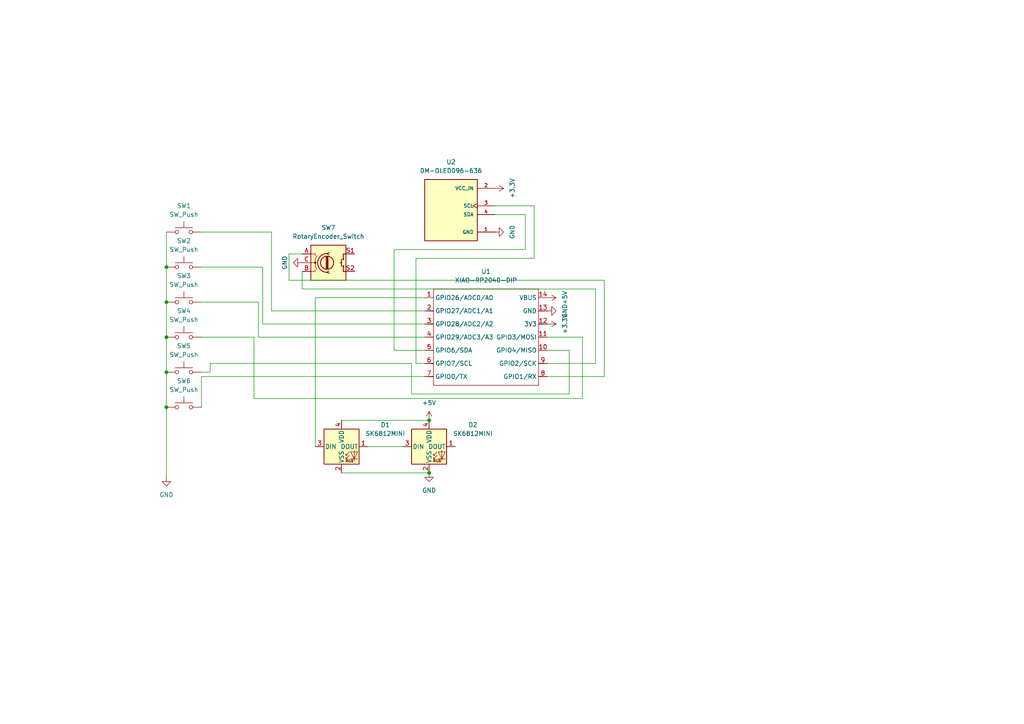
<source format=kicad_sch>
(kicad_sch
	(version 20231120)
	(generator "eeschema")
	(generator_version "8.0")
	(uuid "7ebfbfb6-fe64-44b6-a66f-7964caa4d47f")
	(paper "A4")
	(lib_symbols
		(symbol "DM-OLED096-636:DM-OLED096-636"
			(pin_names
				(offset 1.016)
			)
			(exclude_from_sim no)
			(in_bom yes)
			(on_board yes)
			(property "Reference" "U"
				(at -7.62 10.922 0)
				(effects
					(font
						(size 1.27 1.27)
					)
					(justify left bottom)
				)
			)
			(property "Value" "DM-OLED096-636"
				(at -7.62 -10.16 0)
				(effects
					(font
						(size 1.27 1.27)
					)
					(justify left bottom)
				)
			)
			(property "Footprint" "DM-OLED096-636:MODULE_DM-OLED096-636"
				(at 0 0 0)
				(effects
					(font
						(size 1.27 1.27)
					)
					(justify bottom)
					(hide yes)
				)
			)
			(property "Datasheet" ""
				(at 0 0 0)
				(effects
					(font
						(size 1.27 1.27)
					)
					(hide yes)
				)
			)
			(property "Description" ""
				(at 0 0 0)
				(effects
					(font
						(size 1.27 1.27)
					)
					(hide yes)
				)
			)
			(property "MF" "Display Module"
				(at 0 0 0)
				(effects
					(font
						(size 1.27 1.27)
					)
					(justify bottom)
					(hide yes)
				)
			)
			(property "MAXIMUM_PACKAGE_HEIGHT" "11.3 mm"
				(at 0 0 0)
				(effects
					(font
						(size 1.27 1.27)
					)
					(justify bottom)
					(hide yes)
				)
			)
			(property "Package" "Package"
				(at 0 0 0)
				(effects
					(font
						(size 1.27 1.27)
					)
					(justify bottom)
					(hide yes)
				)
			)
			(property "Price" "None"
				(at 0 0 0)
				(effects
					(font
						(size 1.27 1.27)
					)
					(justify bottom)
					(hide yes)
				)
			)
			(property "Check_prices" "https://www.snapeda.com/parts/DM-OLED096-636/Display+Module/view-part/?ref=eda"
				(at 0 0 0)
				(effects
					(font
						(size 1.27 1.27)
					)
					(justify bottom)
					(hide yes)
				)
			)
			(property "STANDARD" "Manufacturer Recommendations"
				(at 0 0 0)
				(effects
					(font
						(size 1.27 1.27)
					)
					(justify bottom)
					(hide yes)
				)
			)
			(property "PARTREV" "2018-09-10"
				(at 0 0 0)
				(effects
					(font
						(size 1.27 1.27)
					)
					(justify bottom)
					(hide yes)
				)
			)
			(property "SnapEDA_Link" "https://www.snapeda.com/parts/DM-OLED096-636/Display+Module/view-part/?ref=snap"
				(at 0 0 0)
				(effects
					(font
						(size 1.27 1.27)
					)
					(justify bottom)
					(hide yes)
				)
			)
			(property "MP" "DM-OLED096-636"
				(at 0 0 0)
				(effects
					(font
						(size 1.27 1.27)
					)
					(justify bottom)
					(hide yes)
				)
			)
			(property "Description_1" "\n                        \n                            0.96” 128 X 64 MONOCHROME GRAPHIC OLED DISPLAY MODULE - I2C\n                        \n"
				(at 0 0 0)
				(effects
					(font
						(size 1.27 1.27)
					)
					(justify bottom)
					(hide yes)
				)
			)
			(property "Availability" "Not in stock"
				(at 0 0 0)
				(effects
					(font
						(size 1.27 1.27)
					)
					(justify bottom)
					(hide yes)
				)
			)
			(property "MANUFACTURER" "Displaymodule"
				(at 0 0 0)
				(effects
					(font
						(size 1.27 1.27)
					)
					(justify bottom)
					(hide yes)
				)
			)
			(symbol "DM-OLED096-636_0_0"
				(rectangle
					(start -7.62 -7.62)
					(end 7.62 10.16)
					(stroke
						(width 0.254)
						(type default)
					)
					(fill
						(type background)
					)
				)
				(pin power_in line
					(at 12.7 -5.08 180)
					(length 5.08)
					(name "GND"
						(effects
							(font
								(size 1.016 1.016)
							)
						)
					)
					(number "1"
						(effects
							(font
								(size 1.016 1.016)
							)
						)
					)
				)
				(pin power_in line
					(at 12.7 7.62 180)
					(length 5.08)
					(name "VCC_IN"
						(effects
							(font
								(size 1.016 1.016)
							)
						)
					)
					(number "2"
						(effects
							(font
								(size 1.016 1.016)
							)
						)
					)
				)
				(pin input clock
					(at 12.7 2.54 180)
					(length 5.08)
					(name "SCL"
						(effects
							(font
								(size 1.016 1.016)
							)
						)
					)
					(number "3"
						(effects
							(font
								(size 1.016 1.016)
							)
						)
					)
				)
				(pin bidirectional line
					(at 12.7 0 180)
					(length 5.08)
					(name "SDA"
						(effects
							(font
								(size 1.016 1.016)
							)
						)
					)
					(number "4"
						(effects
							(font
								(size 1.016 1.016)
							)
						)
					)
				)
			)
		)
		(symbol "Device:RotaryEncoder_Switch"
			(pin_names
				(offset 0.254) hide)
			(exclude_from_sim no)
			(in_bom yes)
			(on_board yes)
			(property "Reference" "SW"
				(at 0 6.604 0)
				(effects
					(font
						(size 1.27 1.27)
					)
				)
			)
			(property "Value" "RotaryEncoder_Switch"
				(at 0 -6.604 0)
				(effects
					(font
						(size 1.27 1.27)
					)
				)
			)
			(property "Footprint" ""
				(at -3.81 4.064 0)
				(effects
					(font
						(size 1.27 1.27)
					)
					(hide yes)
				)
			)
			(property "Datasheet" "~"
				(at 0 6.604 0)
				(effects
					(font
						(size 1.27 1.27)
					)
					(hide yes)
				)
			)
			(property "Description" "Rotary encoder, dual channel, incremental quadrate outputs, with switch"
				(at 0 0 0)
				(effects
					(font
						(size 1.27 1.27)
					)
					(hide yes)
				)
			)
			(property "ki_keywords" "rotary switch encoder switch push button"
				(at 0 0 0)
				(effects
					(font
						(size 1.27 1.27)
					)
					(hide yes)
				)
			)
			(property "ki_fp_filters" "RotaryEncoder*Switch*"
				(at 0 0 0)
				(effects
					(font
						(size 1.27 1.27)
					)
					(hide yes)
				)
			)
			(symbol "RotaryEncoder_Switch_0_1"
				(rectangle
					(start -5.08 5.08)
					(end 5.08 -5.08)
					(stroke
						(width 0.254)
						(type default)
					)
					(fill
						(type background)
					)
				)
				(circle
					(center -3.81 0)
					(radius 0.254)
					(stroke
						(width 0)
						(type default)
					)
					(fill
						(type outline)
					)
				)
				(circle
					(center -0.381 0)
					(radius 1.905)
					(stroke
						(width 0.254)
						(type default)
					)
					(fill
						(type none)
					)
				)
				(arc
					(start -0.381 2.667)
					(mid -3.0988 -0.0635)
					(end -0.381 -2.794)
					(stroke
						(width 0.254)
						(type default)
					)
					(fill
						(type none)
					)
				)
				(polyline
					(pts
						(xy -0.635 -1.778) (xy -0.635 1.778)
					)
					(stroke
						(width 0.254)
						(type default)
					)
					(fill
						(type none)
					)
				)
				(polyline
					(pts
						(xy -0.381 -1.778) (xy -0.381 1.778)
					)
					(stroke
						(width 0.254)
						(type default)
					)
					(fill
						(type none)
					)
				)
				(polyline
					(pts
						(xy -0.127 1.778) (xy -0.127 -1.778)
					)
					(stroke
						(width 0.254)
						(type default)
					)
					(fill
						(type none)
					)
				)
				(polyline
					(pts
						(xy 3.81 0) (xy 3.429 0)
					)
					(stroke
						(width 0.254)
						(type default)
					)
					(fill
						(type none)
					)
				)
				(polyline
					(pts
						(xy 3.81 1.016) (xy 3.81 -1.016)
					)
					(stroke
						(width 0.254)
						(type default)
					)
					(fill
						(type none)
					)
				)
				(polyline
					(pts
						(xy -5.08 -2.54) (xy -3.81 -2.54) (xy -3.81 -2.032)
					)
					(stroke
						(width 0)
						(type default)
					)
					(fill
						(type none)
					)
				)
				(polyline
					(pts
						(xy -5.08 2.54) (xy -3.81 2.54) (xy -3.81 2.032)
					)
					(stroke
						(width 0)
						(type default)
					)
					(fill
						(type none)
					)
				)
				(polyline
					(pts
						(xy 0.254 -3.048) (xy -0.508 -2.794) (xy 0.127 -2.413)
					)
					(stroke
						(width 0.254)
						(type default)
					)
					(fill
						(type none)
					)
				)
				(polyline
					(pts
						(xy 0.254 2.921) (xy -0.508 2.667) (xy 0.127 2.286)
					)
					(stroke
						(width 0.254)
						(type default)
					)
					(fill
						(type none)
					)
				)
				(polyline
					(pts
						(xy 5.08 -2.54) (xy 4.318 -2.54) (xy 4.318 -1.016)
					)
					(stroke
						(width 0.254)
						(type default)
					)
					(fill
						(type none)
					)
				)
				(polyline
					(pts
						(xy 5.08 2.54) (xy 4.318 2.54) (xy 4.318 1.016)
					)
					(stroke
						(width 0.254)
						(type default)
					)
					(fill
						(type none)
					)
				)
				(polyline
					(pts
						(xy -5.08 0) (xy -3.81 0) (xy -3.81 -1.016) (xy -3.302 -2.032)
					)
					(stroke
						(width 0)
						(type default)
					)
					(fill
						(type none)
					)
				)
				(polyline
					(pts
						(xy -4.318 0) (xy -3.81 0) (xy -3.81 1.016) (xy -3.302 2.032)
					)
					(stroke
						(width 0)
						(type default)
					)
					(fill
						(type none)
					)
				)
				(circle
					(center 4.318 -1.016)
					(radius 0.127)
					(stroke
						(width 0.254)
						(type default)
					)
					(fill
						(type none)
					)
				)
				(circle
					(center 4.318 1.016)
					(radius 0.127)
					(stroke
						(width 0.254)
						(type default)
					)
					(fill
						(type none)
					)
				)
			)
			(symbol "RotaryEncoder_Switch_1_1"
				(pin passive line
					(at -7.62 2.54 0)
					(length 2.54)
					(name "A"
						(effects
							(font
								(size 1.27 1.27)
							)
						)
					)
					(number "A"
						(effects
							(font
								(size 1.27 1.27)
							)
						)
					)
				)
				(pin passive line
					(at -7.62 -2.54 0)
					(length 2.54)
					(name "B"
						(effects
							(font
								(size 1.27 1.27)
							)
						)
					)
					(number "B"
						(effects
							(font
								(size 1.27 1.27)
							)
						)
					)
				)
				(pin passive line
					(at -7.62 0 0)
					(length 2.54)
					(name "C"
						(effects
							(font
								(size 1.27 1.27)
							)
						)
					)
					(number "C"
						(effects
							(font
								(size 1.27 1.27)
							)
						)
					)
				)
				(pin passive line
					(at 7.62 2.54 180)
					(length 2.54)
					(name "S1"
						(effects
							(font
								(size 1.27 1.27)
							)
						)
					)
					(number "S1"
						(effects
							(font
								(size 1.27 1.27)
							)
						)
					)
				)
				(pin passive line
					(at 7.62 -2.54 180)
					(length 2.54)
					(name "S2"
						(effects
							(font
								(size 1.27 1.27)
							)
						)
					)
					(number "S2"
						(effects
							(font
								(size 1.27 1.27)
							)
						)
					)
				)
			)
		)
		(symbol "LED:SK6812MINI"
			(pin_names
				(offset 0.254)
			)
			(exclude_from_sim no)
			(in_bom yes)
			(on_board yes)
			(property "Reference" "D"
				(at 5.08 5.715 0)
				(effects
					(font
						(size 1.27 1.27)
					)
					(justify right bottom)
				)
			)
			(property "Value" "SK6812MINI"
				(at 1.27 -5.715 0)
				(effects
					(font
						(size 1.27 1.27)
					)
					(justify left top)
				)
			)
			(property "Footprint" "LED_SMD:LED_SK6812MINI_PLCC4_3.5x3.5mm_P1.75mm"
				(at 1.27 -7.62 0)
				(effects
					(font
						(size 1.27 1.27)
					)
					(justify left top)
					(hide yes)
				)
			)
			(property "Datasheet" "https://cdn-shop.adafruit.com/product-files/2686/SK6812MINI_REV.01-1-2.pdf"
				(at 2.54 -9.525 0)
				(effects
					(font
						(size 1.27 1.27)
					)
					(justify left top)
					(hide yes)
				)
			)
			(property "Description" "RGB LED with integrated controller"
				(at 0 0 0)
				(effects
					(font
						(size 1.27 1.27)
					)
					(hide yes)
				)
			)
			(property "ki_keywords" "RGB LED NeoPixel Mini addressable"
				(at 0 0 0)
				(effects
					(font
						(size 1.27 1.27)
					)
					(hide yes)
				)
			)
			(property "ki_fp_filters" "LED*SK6812MINI*PLCC*3.5x3.5mm*P1.75mm*"
				(at 0 0 0)
				(effects
					(font
						(size 1.27 1.27)
					)
					(hide yes)
				)
			)
			(symbol "SK6812MINI_0_0"
				(text "RGB"
					(at 2.286 -4.191 0)
					(effects
						(font
							(size 0.762 0.762)
						)
					)
				)
			)
			(symbol "SK6812MINI_0_1"
				(polyline
					(pts
						(xy 1.27 -3.556) (xy 1.778 -3.556)
					)
					(stroke
						(width 0)
						(type default)
					)
					(fill
						(type none)
					)
				)
				(polyline
					(pts
						(xy 1.27 -2.54) (xy 1.778 -2.54)
					)
					(stroke
						(width 0)
						(type default)
					)
					(fill
						(type none)
					)
				)
				(polyline
					(pts
						(xy 4.699 -3.556) (xy 2.667 -3.556)
					)
					(stroke
						(width 0)
						(type default)
					)
					(fill
						(type none)
					)
				)
				(polyline
					(pts
						(xy 2.286 -2.54) (xy 1.27 -3.556) (xy 1.27 -3.048)
					)
					(stroke
						(width 0)
						(type default)
					)
					(fill
						(type none)
					)
				)
				(polyline
					(pts
						(xy 2.286 -1.524) (xy 1.27 -2.54) (xy 1.27 -2.032)
					)
					(stroke
						(width 0)
						(type default)
					)
					(fill
						(type none)
					)
				)
				(polyline
					(pts
						(xy 3.683 -1.016) (xy 3.683 -3.556) (xy 3.683 -4.064)
					)
					(stroke
						(width 0)
						(type default)
					)
					(fill
						(type none)
					)
				)
				(polyline
					(pts
						(xy 4.699 -1.524) (xy 2.667 -1.524) (xy 3.683 -3.556) (xy 4.699 -1.524)
					)
					(stroke
						(width 0)
						(type default)
					)
					(fill
						(type none)
					)
				)
				(rectangle
					(start 5.08 5.08)
					(end -5.08 -5.08)
					(stroke
						(width 0.254)
						(type default)
					)
					(fill
						(type background)
					)
				)
			)
			(symbol "SK6812MINI_1_1"
				(pin output line
					(at 7.62 0 180)
					(length 2.54)
					(name "DOUT"
						(effects
							(font
								(size 1.27 1.27)
							)
						)
					)
					(number "1"
						(effects
							(font
								(size 1.27 1.27)
							)
						)
					)
				)
				(pin power_in line
					(at 0 -7.62 90)
					(length 2.54)
					(name "VSS"
						(effects
							(font
								(size 1.27 1.27)
							)
						)
					)
					(number "2"
						(effects
							(font
								(size 1.27 1.27)
							)
						)
					)
				)
				(pin input line
					(at -7.62 0 0)
					(length 2.54)
					(name "DIN"
						(effects
							(font
								(size 1.27 1.27)
							)
						)
					)
					(number "3"
						(effects
							(font
								(size 1.27 1.27)
							)
						)
					)
				)
				(pin power_in line
					(at 0 7.62 270)
					(length 2.54)
					(name "VDD"
						(effects
							(font
								(size 1.27 1.27)
							)
						)
					)
					(number "4"
						(effects
							(font
								(size 1.27 1.27)
							)
						)
					)
				)
			)
		)
		(symbol "Seeed_Studio_XIAO_Series:XIAO-RP2040-DIP"
			(exclude_from_sim no)
			(in_bom yes)
			(on_board yes)
			(property "Reference" "U"
				(at 0 0 0)
				(effects
					(font
						(size 1.27 1.27)
					)
				)
			)
			(property "Value" "XIAO-RP2040-DIP"
				(at 5.334 -1.778 0)
				(effects
					(font
						(size 1.27 1.27)
					)
				)
			)
			(property "Footprint" "Module:MOUDLE14P-XIAO-DIP-SMD"
				(at 14.478 -32.258 0)
				(effects
					(font
						(size 1.27 1.27)
					)
					(hide yes)
				)
			)
			(property "Datasheet" ""
				(at 0 0 0)
				(effects
					(font
						(size 1.27 1.27)
					)
					(hide yes)
				)
			)
			(property "Description" ""
				(at 0 0 0)
				(effects
					(font
						(size 1.27 1.27)
					)
					(hide yes)
				)
			)
			(symbol "XIAO-RP2040-DIP_1_0"
				(polyline
					(pts
						(xy -1.27 -30.48) (xy -1.27 -16.51)
					)
					(stroke
						(width 0.1524)
						(type solid)
					)
					(fill
						(type none)
					)
				)
				(polyline
					(pts
						(xy -1.27 -27.94) (xy -2.54 -27.94)
					)
					(stroke
						(width 0.1524)
						(type solid)
					)
					(fill
						(type none)
					)
				)
				(polyline
					(pts
						(xy -1.27 -24.13) (xy -2.54 -24.13)
					)
					(stroke
						(width 0.1524)
						(type solid)
					)
					(fill
						(type none)
					)
				)
				(polyline
					(pts
						(xy -1.27 -20.32) (xy -2.54 -20.32)
					)
					(stroke
						(width 0.1524)
						(type solid)
					)
					(fill
						(type none)
					)
				)
				(polyline
					(pts
						(xy -1.27 -16.51) (xy -2.54 -16.51)
					)
					(stroke
						(width 0.1524)
						(type solid)
					)
					(fill
						(type none)
					)
				)
				(polyline
					(pts
						(xy -1.27 -16.51) (xy -1.27 -12.7)
					)
					(stroke
						(width 0.1524)
						(type solid)
					)
					(fill
						(type none)
					)
				)
				(polyline
					(pts
						(xy -1.27 -12.7) (xy -2.54 -12.7)
					)
					(stroke
						(width 0.1524)
						(type solid)
					)
					(fill
						(type none)
					)
				)
				(polyline
					(pts
						(xy -1.27 -12.7) (xy -1.27 -8.89)
					)
					(stroke
						(width 0.1524)
						(type solid)
					)
					(fill
						(type none)
					)
				)
				(polyline
					(pts
						(xy -1.27 -8.89) (xy -2.54 -8.89)
					)
					(stroke
						(width 0.1524)
						(type solid)
					)
					(fill
						(type none)
					)
				)
				(polyline
					(pts
						(xy -1.27 -8.89) (xy -1.27 -5.08)
					)
					(stroke
						(width 0.1524)
						(type solid)
					)
					(fill
						(type none)
					)
				)
				(polyline
					(pts
						(xy -1.27 -5.08) (xy -2.54 -5.08)
					)
					(stroke
						(width 0.1524)
						(type solid)
					)
					(fill
						(type none)
					)
				)
				(polyline
					(pts
						(xy -1.27 -5.08) (xy -1.27 -2.54)
					)
					(stroke
						(width 0.1524)
						(type solid)
					)
					(fill
						(type none)
					)
				)
				(polyline
					(pts
						(xy -1.27 -2.54) (xy 29.21 -2.54)
					)
					(stroke
						(width 0.1524)
						(type solid)
					)
					(fill
						(type none)
					)
				)
				(polyline
					(pts
						(xy 29.21 -30.48) (xy -1.27 -30.48)
					)
					(stroke
						(width 0.1524)
						(type solid)
					)
					(fill
						(type none)
					)
				)
				(polyline
					(pts
						(xy 29.21 -12.7) (xy 29.21 -30.48)
					)
					(stroke
						(width 0.1524)
						(type solid)
					)
					(fill
						(type none)
					)
				)
				(polyline
					(pts
						(xy 29.21 -8.89) (xy 29.21 -12.7)
					)
					(stroke
						(width 0.1524)
						(type solid)
					)
					(fill
						(type none)
					)
				)
				(polyline
					(pts
						(xy 29.21 -5.08) (xy 29.21 -8.89)
					)
					(stroke
						(width 0.1524)
						(type solid)
					)
					(fill
						(type none)
					)
				)
				(polyline
					(pts
						(xy 29.21 -2.54) (xy 29.21 -5.08)
					)
					(stroke
						(width 0.1524)
						(type solid)
					)
					(fill
						(type none)
					)
				)
				(polyline
					(pts
						(xy 30.48 -27.94) (xy 29.21 -27.94)
					)
					(stroke
						(width 0.1524)
						(type solid)
					)
					(fill
						(type none)
					)
				)
				(polyline
					(pts
						(xy 30.48 -24.13) (xy 29.21 -24.13)
					)
					(stroke
						(width 0.1524)
						(type solid)
					)
					(fill
						(type none)
					)
				)
				(polyline
					(pts
						(xy 30.48 -20.32) (xy 29.21 -20.32)
					)
					(stroke
						(width 0.1524)
						(type solid)
					)
					(fill
						(type none)
					)
				)
				(polyline
					(pts
						(xy 30.48 -16.51) (xy 29.21 -16.51)
					)
					(stroke
						(width 0.1524)
						(type solid)
					)
					(fill
						(type none)
					)
				)
				(polyline
					(pts
						(xy 30.48 -12.7) (xy 29.21 -12.7)
					)
					(stroke
						(width 0.1524)
						(type solid)
					)
					(fill
						(type none)
					)
				)
				(polyline
					(pts
						(xy 30.48 -8.89) (xy 29.21 -8.89)
					)
					(stroke
						(width 0.1524)
						(type solid)
					)
					(fill
						(type none)
					)
				)
				(polyline
					(pts
						(xy 30.48 -5.08) (xy 29.21 -5.08)
					)
					(stroke
						(width 0.1524)
						(type solid)
					)
					(fill
						(type none)
					)
				)
				(pin passive line
					(at -3.81 -5.08 0)
					(length 2.54)
					(name "GPIO26/ADC0/A0"
						(effects
							(font
								(size 1.27 1.27)
							)
						)
					)
					(number "1"
						(effects
							(font
								(size 1.27 1.27)
							)
						)
					)
				)
				(pin passive line
					(at 31.75 -20.32 180)
					(length 2.54)
					(name "GPIO4/MISO"
						(effects
							(font
								(size 1.27 1.27)
							)
						)
					)
					(number "10"
						(effects
							(font
								(size 1.27 1.27)
							)
						)
					)
				)
				(pin passive line
					(at 31.75 -16.51 180)
					(length 2.54)
					(name "GPIO3/MOSI"
						(effects
							(font
								(size 1.27 1.27)
							)
						)
					)
					(number "11"
						(effects
							(font
								(size 1.27 1.27)
							)
						)
					)
				)
				(pin passive line
					(at 31.75 -12.7 180)
					(length 2.54)
					(name "3V3"
						(effects
							(font
								(size 1.27 1.27)
							)
						)
					)
					(number "12"
						(effects
							(font
								(size 1.27 1.27)
							)
						)
					)
				)
				(pin passive line
					(at 31.75 -8.89 180)
					(length 2.54)
					(name "GND"
						(effects
							(font
								(size 1.27 1.27)
							)
						)
					)
					(number "13"
						(effects
							(font
								(size 1.27 1.27)
							)
						)
					)
				)
				(pin passive line
					(at 31.75 -5.08 180)
					(length 2.54)
					(name "VBUS"
						(effects
							(font
								(size 1.27 1.27)
							)
						)
					)
					(number "14"
						(effects
							(font
								(size 1.27 1.27)
							)
						)
					)
				)
				(pin passive line
					(at -3.81 -8.89 0)
					(length 2.54)
					(name "GPIO27/ADC1/A1"
						(effects
							(font
								(size 1.27 1.27)
							)
						)
					)
					(number "2"
						(effects
							(font
								(size 1.27 1.27)
							)
						)
					)
				)
				(pin passive line
					(at -3.81 -12.7 0)
					(length 2.54)
					(name "GPIO28/ADC2/A2"
						(effects
							(font
								(size 1.27 1.27)
							)
						)
					)
					(number "3"
						(effects
							(font
								(size 1.27 1.27)
							)
						)
					)
				)
				(pin passive line
					(at -3.81 -16.51 0)
					(length 2.54)
					(name "GPIO29/ADC3/A3"
						(effects
							(font
								(size 1.27 1.27)
							)
						)
					)
					(number "4"
						(effects
							(font
								(size 1.27 1.27)
							)
						)
					)
				)
				(pin passive line
					(at -3.81 -20.32 0)
					(length 2.54)
					(name "GPIO6/SDA"
						(effects
							(font
								(size 1.27 1.27)
							)
						)
					)
					(number "5"
						(effects
							(font
								(size 1.27 1.27)
							)
						)
					)
				)
				(pin passive line
					(at -3.81 -24.13 0)
					(length 2.54)
					(name "GPIO7/SCL"
						(effects
							(font
								(size 1.27 1.27)
							)
						)
					)
					(number "6"
						(effects
							(font
								(size 1.27 1.27)
							)
						)
					)
				)
				(pin passive line
					(at -3.81 -27.94 0)
					(length 2.54)
					(name "GPIO0/TX"
						(effects
							(font
								(size 1.27 1.27)
							)
						)
					)
					(number "7"
						(effects
							(font
								(size 1.27 1.27)
							)
						)
					)
				)
				(pin passive line
					(at 31.75 -27.94 180)
					(length 2.54)
					(name "GPIO1/RX"
						(effects
							(font
								(size 1.27 1.27)
							)
						)
					)
					(number "8"
						(effects
							(font
								(size 1.27 1.27)
							)
						)
					)
				)
				(pin passive line
					(at 31.75 -24.13 180)
					(length 2.54)
					(name "GPIO2/SCK"
						(effects
							(font
								(size 1.27 1.27)
							)
						)
					)
					(number "9"
						(effects
							(font
								(size 1.27 1.27)
							)
						)
					)
				)
			)
		)
		(symbol "Switch:SW_Push"
			(pin_numbers hide)
			(pin_names
				(offset 1.016) hide)
			(exclude_from_sim no)
			(in_bom yes)
			(on_board yes)
			(property "Reference" "SW"
				(at 1.27 2.54 0)
				(effects
					(font
						(size 1.27 1.27)
					)
					(justify left)
				)
			)
			(property "Value" "SW_Push"
				(at 0 -1.524 0)
				(effects
					(font
						(size 1.27 1.27)
					)
				)
			)
			(property "Footprint" ""
				(at 0 5.08 0)
				(effects
					(font
						(size 1.27 1.27)
					)
					(hide yes)
				)
			)
			(property "Datasheet" "~"
				(at 0 5.08 0)
				(effects
					(font
						(size 1.27 1.27)
					)
					(hide yes)
				)
			)
			(property "Description" "Push button switch, generic, two pins"
				(at 0 0 0)
				(effects
					(font
						(size 1.27 1.27)
					)
					(hide yes)
				)
			)
			(property "ki_keywords" "switch normally-open pushbutton push-button"
				(at 0 0 0)
				(effects
					(font
						(size 1.27 1.27)
					)
					(hide yes)
				)
			)
			(symbol "SW_Push_0_1"
				(circle
					(center -2.032 0)
					(radius 0.508)
					(stroke
						(width 0)
						(type default)
					)
					(fill
						(type none)
					)
				)
				(polyline
					(pts
						(xy 0 1.27) (xy 0 3.048)
					)
					(stroke
						(width 0)
						(type default)
					)
					(fill
						(type none)
					)
				)
				(polyline
					(pts
						(xy 2.54 1.27) (xy -2.54 1.27)
					)
					(stroke
						(width 0)
						(type default)
					)
					(fill
						(type none)
					)
				)
				(circle
					(center 2.032 0)
					(radius 0.508)
					(stroke
						(width 0)
						(type default)
					)
					(fill
						(type none)
					)
				)
				(pin passive line
					(at -5.08 0 0)
					(length 2.54)
					(name "1"
						(effects
							(font
								(size 1.27 1.27)
							)
						)
					)
					(number "1"
						(effects
							(font
								(size 1.27 1.27)
							)
						)
					)
				)
				(pin passive line
					(at 5.08 0 180)
					(length 2.54)
					(name "2"
						(effects
							(font
								(size 1.27 1.27)
							)
						)
					)
					(number "2"
						(effects
							(font
								(size 1.27 1.27)
							)
						)
					)
				)
			)
		)
		(symbol "power:+3.3V"
			(power)
			(pin_numbers hide)
			(pin_names
				(offset 0) hide)
			(exclude_from_sim no)
			(in_bom yes)
			(on_board yes)
			(property "Reference" "#PWR"
				(at 0 -3.81 0)
				(effects
					(font
						(size 1.27 1.27)
					)
					(hide yes)
				)
			)
			(property "Value" "+3.3V"
				(at 0 3.556 0)
				(effects
					(font
						(size 1.27 1.27)
					)
				)
			)
			(property "Footprint" ""
				(at 0 0 0)
				(effects
					(font
						(size 1.27 1.27)
					)
					(hide yes)
				)
			)
			(property "Datasheet" ""
				(at 0 0 0)
				(effects
					(font
						(size 1.27 1.27)
					)
					(hide yes)
				)
			)
			(property "Description" "Power symbol creates a global label with name \"+3.3V\""
				(at 0 0 0)
				(effects
					(font
						(size 1.27 1.27)
					)
					(hide yes)
				)
			)
			(property "ki_keywords" "global power"
				(at 0 0 0)
				(effects
					(font
						(size 1.27 1.27)
					)
					(hide yes)
				)
			)
			(symbol "+3.3V_0_1"
				(polyline
					(pts
						(xy -0.762 1.27) (xy 0 2.54)
					)
					(stroke
						(width 0)
						(type default)
					)
					(fill
						(type none)
					)
				)
				(polyline
					(pts
						(xy 0 0) (xy 0 2.54)
					)
					(stroke
						(width 0)
						(type default)
					)
					(fill
						(type none)
					)
				)
				(polyline
					(pts
						(xy 0 2.54) (xy 0.762 1.27)
					)
					(stroke
						(width 0)
						(type default)
					)
					(fill
						(type none)
					)
				)
			)
			(symbol "+3.3V_1_1"
				(pin power_in line
					(at 0 0 90)
					(length 0)
					(name "~"
						(effects
							(font
								(size 1.27 1.27)
							)
						)
					)
					(number "1"
						(effects
							(font
								(size 1.27 1.27)
							)
						)
					)
				)
			)
		)
		(symbol "power:+5V"
			(power)
			(pin_numbers hide)
			(pin_names
				(offset 0) hide)
			(exclude_from_sim no)
			(in_bom yes)
			(on_board yes)
			(property "Reference" "#PWR"
				(at 0 -3.81 0)
				(effects
					(font
						(size 1.27 1.27)
					)
					(hide yes)
				)
			)
			(property "Value" "+5V"
				(at 0 3.556 0)
				(effects
					(font
						(size 1.27 1.27)
					)
				)
			)
			(property "Footprint" ""
				(at 0 0 0)
				(effects
					(font
						(size 1.27 1.27)
					)
					(hide yes)
				)
			)
			(property "Datasheet" ""
				(at 0 0 0)
				(effects
					(font
						(size 1.27 1.27)
					)
					(hide yes)
				)
			)
			(property "Description" "Power symbol creates a global label with name \"+5V\""
				(at 0 0 0)
				(effects
					(font
						(size 1.27 1.27)
					)
					(hide yes)
				)
			)
			(property "ki_keywords" "global power"
				(at 0 0 0)
				(effects
					(font
						(size 1.27 1.27)
					)
					(hide yes)
				)
			)
			(symbol "+5V_0_1"
				(polyline
					(pts
						(xy -0.762 1.27) (xy 0 2.54)
					)
					(stroke
						(width 0)
						(type default)
					)
					(fill
						(type none)
					)
				)
				(polyline
					(pts
						(xy 0 0) (xy 0 2.54)
					)
					(stroke
						(width 0)
						(type default)
					)
					(fill
						(type none)
					)
				)
				(polyline
					(pts
						(xy 0 2.54) (xy 0.762 1.27)
					)
					(stroke
						(width 0)
						(type default)
					)
					(fill
						(type none)
					)
				)
			)
			(symbol "+5V_1_1"
				(pin power_in line
					(at 0 0 90)
					(length 0)
					(name "~"
						(effects
							(font
								(size 1.27 1.27)
							)
						)
					)
					(number "1"
						(effects
							(font
								(size 1.27 1.27)
							)
						)
					)
				)
			)
		)
		(symbol "power:GND"
			(power)
			(pin_numbers hide)
			(pin_names
				(offset 0) hide)
			(exclude_from_sim no)
			(in_bom yes)
			(on_board yes)
			(property "Reference" "#PWR"
				(at 0 -6.35 0)
				(effects
					(font
						(size 1.27 1.27)
					)
					(hide yes)
				)
			)
			(property "Value" "GND"
				(at 0 -3.81 0)
				(effects
					(font
						(size 1.27 1.27)
					)
				)
			)
			(property "Footprint" ""
				(at 0 0 0)
				(effects
					(font
						(size 1.27 1.27)
					)
					(hide yes)
				)
			)
			(property "Datasheet" ""
				(at 0 0 0)
				(effects
					(font
						(size 1.27 1.27)
					)
					(hide yes)
				)
			)
			(property "Description" "Power symbol creates a global label with name \"GND\" , ground"
				(at 0 0 0)
				(effects
					(font
						(size 1.27 1.27)
					)
					(hide yes)
				)
			)
			(property "ki_keywords" "global power"
				(at 0 0 0)
				(effects
					(font
						(size 1.27 1.27)
					)
					(hide yes)
				)
			)
			(symbol "GND_0_1"
				(polyline
					(pts
						(xy 0 0) (xy 0 -1.27) (xy 1.27 -1.27) (xy 0 -2.54) (xy -1.27 -1.27) (xy 0 -1.27)
					)
					(stroke
						(width 0)
						(type default)
					)
					(fill
						(type none)
					)
				)
			)
			(symbol "GND_1_1"
				(pin power_in line
					(at 0 0 270)
					(length 0)
					(name "~"
						(effects
							(font
								(size 1.27 1.27)
							)
						)
					)
					(number "1"
						(effects
							(font
								(size 1.27 1.27)
							)
						)
					)
				)
			)
		)
	)
	(junction
		(at 124.46 137.16)
		(diameter 0)
		(color 0 0 0 0)
		(uuid "0803041c-07a9-4aca-8375-b862a163a7c6")
	)
	(junction
		(at 48.26 77.47)
		(diameter 0)
		(color 0 0 0 0)
		(uuid "1e2b7325-24d7-45fa-8184-15bbbaac3bab")
	)
	(junction
		(at 48.26 107.95)
		(diameter 0)
		(color 0 0 0 0)
		(uuid "9ab0d54d-e7c8-41bb-88c5-3a0209bb6cf1")
	)
	(junction
		(at 48.26 118.11)
		(diameter 0)
		(color 0 0 0 0)
		(uuid "ac9bdb8e-4f87-4b9f-9a1d-d03491d53dad")
	)
	(junction
		(at 48.26 87.63)
		(diameter 0)
		(color 0 0 0 0)
		(uuid "b08b5e28-5ed9-4e24-a633-ba5f1bbd2929")
	)
	(junction
		(at 124.46 121.92)
		(diameter 0)
		(color 0 0 0 0)
		(uuid "bb520bb3-71f6-4ae7-8886-c6b1cb50535b")
	)
	(junction
		(at 48.26 97.79)
		(diameter 0)
		(color 0 0 0 0)
		(uuid "f3a82e0b-60a2-4b6b-8277-f064841c0971")
	)
	(wire
		(pts
			(xy 91.44 86.36) (xy 91.44 129.54)
		)
		(stroke
			(width 0)
			(type default)
		)
		(uuid "015c46b3-ab07-4fe1-a99c-3ad2cbae5188")
	)
	(wire
		(pts
			(xy 114.3 101.6) (xy 114.3 72.39)
		)
		(stroke
			(width 0)
			(type default)
		)
		(uuid "01f6c241-0f65-4ecd-b163-5820aa14a7e9")
	)
	(wire
		(pts
			(xy 74.93 87.63) (xy 74.93 97.79)
		)
		(stroke
			(width 0)
			(type default)
		)
		(uuid "0b64f885-40bb-4b4a-9cf6-b70816f53220")
	)
	(wire
		(pts
			(xy 91.44 86.36) (xy 123.19 86.36)
		)
		(stroke
			(width 0)
			(type default)
		)
		(uuid "0f4c58b8-854a-43a2-a283-a27adfa7a8e8")
	)
	(wire
		(pts
			(xy 48.26 77.47) (xy 48.26 87.63)
		)
		(stroke
			(width 0)
			(type default)
		)
		(uuid "13ba558f-85bd-4f1a-9093-aadda01e70fd")
	)
	(wire
		(pts
			(xy 114.3 72.39) (xy 152.4 72.39)
		)
		(stroke
			(width 0)
			(type default)
		)
		(uuid "26924a63-c08b-430b-952f-c5e1d37007d2")
	)
	(wire
		(pts
			(xy 48.26 118.11) (xy 48.26 138.43)
		)
		(stroke
			(width 0)
			(type default)
		)
		(uuid "2b597f03-153e-4739-b337-bbb704bf90cc")
	)
	(wire
		(pts
			(xy 119.38 105.41) (xy 119.38 114.3)
		)
		(stroke
			(width 0)
			(type default)
		)
		(uuid "2cb72dd5-162d-4e5b-bdac-6975ca075d87")
	)
	(wire
		(pts
			(xy 120.65 105.41) (xy 123.19 105.41)
		)
		(stroke
			(width 0)
			(type default)
		)
		(uuid "324248bd-0f7f-4f79-9c60-7595ebe42bfa")
	)
	(wire
		(pts
			(xy 168.91 115.57) (xy 168.91 97.79)
		)
		(stroke
			(width 0)
			(type default)
		)
		(uuid "3390310b-007a-4b47-84c7-45c55194ce38")
	)
	(wire
		(pts
			(xy 60.96 107.95) (xy 60.96 105.41)
		)
		(stroke
			(width 0)
			(type default)
		)
		(uuid "395f95a0-8a6c-4405-8699-7b7921c04540")
	)
	(wire
		(pts
			(xy 58.42 87.63) (xy 74.93 87.63)
		)
		(stroke
			(width 0)
			(type default)
		)
		(uuid "3c8b2ef3-de29-4be0-9f42-1f0a320e84b3")
	)
	(wire
		(pts
			(xy 83.82 73.66) (xy 83.82 81.28)
		)
		(stroke
			(width 0)
			(type default)
		)
		(uuid "42832820-0c58-4c07-9697-6c00f97e6d96")
	)
	(wire
		(pts
			(xy 87.63 73.66) (xy 83.82 73.66)
		)
		(stroke
			(width 0)
			(type default)
		)
		(uuid "49c369fa-899f-4031-8643-2c6401bda354")
	)
	(wire
		(pts
			(xy 73.66 97.79) (xy 73.66 115.57)
		)
		(stroke
			(width 0)
			(type default)
		)
		(uuid "4a1e2e35-8780-44d6-a996-f9ecd00d70c3")
	)
	(wire
		(pts
			(xy 78.74 67.31) (xy 78.74 90.17)
		)
		(stroke
			(width 0)
			(type default)
		)
		(uuid "4d696297-6276-499c-90e4-6c46f1af52e4")
	)
	(wire
		(pts
			(xy 152.4 62.23) (xy 143.51 62.23)
		)
		(stroke
			(width 0)
			(type default)
		)
		(uuid "4d7bcbb1-c9c3-45a6-bce3-fade4ad772fa")
	)
	(wire
		(pts
			(xy 58.42 77.47) (xy 76.2 77.47)
		)
		(stroke
			(width 0)
			(type default)
		)
		(uuid "4dfd1b14-7831-4afe-a55c-7cef5f68f0b6")
	)
	(wire
		(pts
			(xy 58.42 97.79) (xy 73.66 97.79)
		)
		(stroke
			(width 0)
			(type default)
		)
		(uuid "50820e15-7754-4005-806a-a652e0faff63")
	)
	(wire
		(pts
			(xy 58.42 109.22) (xy 123.19 109.22)
		)
		(stroke
			(width 0)
			(type default)
		)
		(uuid "5845a562-286a-4909-b2bd-f0679b94470e")
	)
	(wire
		(pts
			(xy 172.72 83.82) (xy 172.72 105.41)
		)
		(stroke
			(width 0)
			(type default)
		)
		(uuid "59195538-4bed-4416-a184-129b29a7662c")
	)
	(wire
		(pts
			(xy 143.51 59.69) (xy 154.94 59.69)
		)
		(stroke
			(width 0)
			(type default)
		)
		(uuid "5af6a7e9-f425-4546-adb3-8f266f1a3b30")
	)
	(wire
		(pts
			(xy 48.26 87.63) (xy 48.26 97.79)
		)
		(stroke
			(width 0)
			(type default)
		)
		(uuid "5c62c0ac-e53c-4060-b6a5-d7091d20ed11")
	)
	(wire
		(pts
			(xy 152.4 72.39) (xy 152.4 62.23)
		)
		(stroke
			(width 0)
			(type default)
		)
		(uuid "5e371357-bacc-4946-832d-10def32dff08")
	)
	(wire
		(pts
			(xy 120.65 74.93) (xy 120.65 105.41)
		)
		(stroke
			(width 0)
			(type default)
		)
		(uuid "666a3189-502e-4c4a-94e6-1ca6f9589f6a")
	)
	(wire
		(pts
			(xy 175.26 81.28) (xy 175.26 109.22)
		)
		(stroke
			(width 0)
			(type default)
		)
		(uuid "689ab83a-84c2-4fb4-99d3-b3a19320615b")
	)
	(wire
		(pts
			(xy 119.38 114.3) (xy 165.1 114.3)
		)
		(stroke
			(width 0)
			(type default)
		)
		(uuid "68ea649b-b3d0-4fb1-b172-b3472bcfc81d")
	)
	(wire
		(pts
			(xy 48.26 97.79) (xy 48.26 107.95)
		)
		(stroke
			(width 0)
			(type default)
		)
		(uuid "6b0eecf1-8ba8-4ff9-a327-27803215018c")
	)
	(wire
		(pts
			(xy 99.06 121.92) (xy 124.46 121.92)
		)
		(stroke
			(width 0)
			(type default)
		)
		(uuid "746bd52e-2566-4669-94a9-b4cdf2921885")
	)
	(wire
		(pts
			(xy 165.1 114.3) (xy 165.1 101.6)
		)
		(stroke
			(width 0)
			(type default)
		)
		(uuid "7b234391-dbe4-4113-9894-542fdb90049e")
	)
	(wire
		(pts
			(xy 158.75 105.41) (xy 172.72 105.41)
		)
		(stroke
			(width 0)
			(type default)
		)
		(uuid "7b7f1a5c-2844-473c-ba7e-9388b1a2be53")
	)
	(wire
		(pts
			(xy 60.96 105.41) (xy 119.38 105.41)
		)
		(stroke
			(width 0)
			(type default)
		)
		(uuid "825507ca-3cef-4dfd-9b3b-f2eecb155c50")
	)
	(wire
		(pts
			(xy 48.26 107.95) (xy 48.26 118.11)
		)
		(stroke
			(width 0)
			(type default)
		)
		(uuid "87864735-a627-471a-8572-7c3982959540")
	)
	(wire
		(pts
			(xy 58.42 118.11) (xy 58.42 109.22)
		)
		(stroke
			(width 0)
			(type default)
		)
		(uuid "8ceda720-f83c-4001-98d4-27d77e488f2b")
	)
	(wire
		(pts
			(xy 76.2 93.98) (xy 123.19 93.98)
		)
		(stroke
			(width 0)
			(type default)
		)
		(uuid "8e5fc997-a64d-4628-95b1-80ceb585117d")
	)
	(wire
		(pts
			(xy 58.42 107.95) (xy 60.96 107.95)
		)
		(stroke
			(width 0)
			(type default)
		)
		(uuid "968b5e1e-b74a-45a2-8b8d-1cad255ada2f")
	)
	(wire
		(pts
			(xy 106.68 129.54) (xy 116.84 129.54)
		)
		(stroke
			(width 0)
			(type default)
		)
		(uuid "99e4bf4e-5fab-49b8-a683-c82efb9f9f62")
	)
	(wire
		(pts
			(xy 154.94 74.93) (xy 120.65 74.93)
		)
		(stroke
			(width 0)
			(type default)
		)
		(uuid "9cc5379a-e62c-40c4-8886-c4c9d1bcb389")
	)
	(wire
		(pts
			(xy 87.63 78.74) (xy 87.63 83.82)
		)
		(stroke
			(width 0)
			(type default)
		)
		(uuid "a8ce2d79-74e3-4590-888b-b0d5f212a81a")
	)
	(wire
		(pts
			(xy 87.63 83.82) (xy 172.72 83.82)
		)
		(stroke
			(width 0)
			(type default)
		)
		(uuid "b25f8dea-4e96-44e1-9ad1-451fd2e8013a")
	)
	(wire
		(pts
			(xy 123.19 101.6) (xy 114.3 101.6)
		)
		(stroke
			(width 0)
			(type default)
		)
		(uuid "b9358b32-0cf6-426b-9ee1-92c05d633525")
	)
	(wire
		(pts
			(xy 73.66 115.57) (xy 168.91 115.57)
		)
		(stroke
			(width 0)
			(type default)
		)
		(uuid "c25c6be8-834f-4eb8-a33a-b47524f204f4")
	)
	(wire
		(pts
			(xy 154.94 59.69) (xy 154.94 74.93)
		)
		(stroke
			(width 0)
			(type default)
		)
		(uuid "c2eb336a-85ec-44da-9c13-a67ed9b30a4b")
	)
	(wire
		(pts
			(xy 83.82 81.28) (xy 175.26 81.28)
		)
		(stroke
			(width 0)
			(type default)
		)
		(uuid "c6862f06-5517-464d-be7f-c4df0e5b53b6")
	)
	(wire
		(pts
			(xy 74.93 97.79) (xy 123.19 97.79)
		)
		(stroke
			(width 0)
			(type default)
		)
		(uuid "cac059f4-73c3-436f-876e-7ee707cedfd6")
	)
	(wire
		(pts
			(xy 165.1 101.6) (xy 158.75 101.6)
		)
		(stroke
			(width 0)
			(type default)
		)
		(uuid "d54f18df-3a2f-4136-8315-62dec328c5f7")
	)
	(wire
		(pts
			(xy 99.06 137.16) (xy 124.46 137.16)
		)
		(stroke
			(width 0)
			(type default)
		)
		(uuid "d7f31d02-4b1a-48fa-94f5-d9348a3be51f")
	)
	(wire
		(pts
			(xy 58.42 67.31) (xy 78.74 67.31)
		)
		(stroke
			(width 0)
			(type default)
		)
		(uuid "dff5e059-8d62-42ae-8451-4136dbd0e142")
	)
	(wire
		(pts
			(xy 175.26 109.22) (xy 158.75 109.22)
		)
		(stroke
			(width 0)
			(type default)
		)
		(uuid "e0f145a8-909b-44e7-ab93-8aabca0aef28")
	)
	(wire
		(pts
			(xy 76.2 77.47) (xy 76.2 93.98)
		)
		(stroke
			(width 0)
			(type default)
		)
		(uuid "e66b810d-8a93-4af9-b182-19c391f4b975")
	)
	(wire
		(pts
			(xy 48.26 67.31) (xy 48.26 77.47)
		)
		(stroke
			(width 0)
			(type default)
		)
		(uuid "ea11326b-b1e1-4842-ab9f-777fc29eb81d")
	)
	(wire
		(pts
			(xy 78.74 90.17) (xy 123.19 90.17)
		)
		(stroke
			(width 0)
			(type default)
		)
		(uuid "f1de391a-4762-43cc-afa0-8dbbc017d483")
	)
	(wire
		(pts
			(xy 168.91 97.79) (xy 158.75 97.79)
		)
		(stroke
			(width 0)
			(type default)
		)
		(uuid "fdcacc5f-c18d-4436-8969-19e2b84d2b50")
	)
	(symbol
		(lib_id "power:GND")
		(at 48.26 138.43 0)
		(unit 1)
		(exclude_from_sim no)
		(in_bom yes)
		(on_board yes)
		(dnp no)
		(fields_autoplaced yes)
		(uuid "06e33fc2-b018-444e-a05e-91bc7cd575ca")
		(property "Reference" "#PWR05"
			(at 48.26 144.78 0)
			(effects
				(font
					(size 1.27 1.27)
				)
				(hide yes)
			)
		)
		(property "Value" "GND"
			(at 48.26 143.51 0)
			(effects
				(font
					(size 1.27 1.27)
				)
			)
		)
		(property "Footprint" ""
			(at 48.26 138.43 0)
			(effects
				(font
					(size 1.27 1.27)
				)
				(hide yes)
			)
		)
		(property "Datasheet" ""
			(at 48.26 138.43 0)
			(effects
				(font
					(size 1.27 1.27)
				)
				(hide yes)
			)
		)
		(property "Description" "Power symbol creates a global label with name \"GND\" , ground"
			(at 48.26 138.43 0)
			(effects
				(font
					(size 1.27 1.27)
				)
				(hide yes)
			)
		)
		(pin "1"
			(uuid "69683e62-9485-47a3-bb27-277bf7cfb700")
		)
		(instances
			(project ""
				(path "/7ebfbfb6-fe64-44b6-a66f-7964caa4d47f"
					(reference "#PWR05")
					(unit 1)
				)
			)
		)
	)
	(symbol
		(lib_id "Switch:SW_Push")
		(at 53.34 118.11 0)
		(unit 1)
		(exclude_from_sim no)
		(in_bom yes)
		(on_board yes)
		(dnp no)
		(fields_autoplaced yes)
		(uuid "0a4e02c4-a58c-417f-a60e-8a1e58f84780")
		(property "Reference" "SW6"
			(at 53.34 110.49 0)
			(effects
				(font
					(size 1.27 1.27)
				)
			)
		)
		(property "Value" "SW_Push"
			(at 53.34 113.03 0)
			(effects
				(font
					(size 1.27 1.27)
				)
			)
		)
		(property "Footprint" "Button_Switch_Keyboard:SW_Cherry_MX_1.00u_PCB"
			(at 53.34 113.03 0)
			(effects
				(font
					(size 1.27 1.27)
				)
				(hide yes)
			)
		)
		(property "Datasheet" "~"
			(at 53.34 113.03 0)
			(effects
				(font
					(size 1.27 1.27)
				)
				(hide yes)
			)
		)
		(property "Description" "Push button switch, generic, two pins"
			(at 53.34 118.11 0)
			(effects
				(font
					(size 1.27 1.27)
				)
				(hide yes)
			)
		)
		(pin "2"
			(uuid "c657c9b5-f43e-429f-9494-c409916e97e2")
		)
		(pin "1"
			(uuid "5b64c03f-c58c-4304-aa35-2a529049bf47")
		)
		(instances
			(project ""
				(path "/7ebfbfb6-fe64-44b6-a66f-7964caa4d47f"
					(reference "SW6")
					(unit 1)
				)
			)
		)
	)
	(symbol
		(lib_id "power:+3.3V")
		(at 143.51 54.61 270)
		(unit 1)
		(exclude_from_sim no)
		(in_bom yes)
		(on_board yes)
		(dnp no)
		(fields_autoplaced yes)
		(uuid "0d55901d-656a-4562-8807-815dbec7bc1e")
		(property "Reference" "#PWR09"
			(at 139.7 54.61 0)
			(effects
				(font
					(size 1.27 1.27)
				)
				(hide yes)
			)
		)
		(property "Value" "+3.3V"
			(at 148.59 54.61 0)
			(effects
				(font
					(size 1.27 1.27)
				)
			)
		)
		(property "Footprint" ""
			(at 143.51 54.61 0)
			(effects
				(font
					(size 1.27 1.27)
				)
				(hide yes)
			)
		)
		(property "Datasheet" ""
			(at 143.51 54.61 0)
			(effects
				(font
					(size 1.27 1.27)
				)
				(hide yes)
			)
		)
		(property "Description" "Power symbol creates a global label with name \"+3.3V\""
			(at 143.51 54.61 0)
			(effects
				(font
					(size 1.27 1.27)
				)
				(hide yes)
			)
		)
		(pin "1"
			(uuid "eea910b8-0967-43f2-aa55-6e516d787ed4")
		)
		(instances
			(project ""
				(path "/7ebfbfb6-fe64-44b6-a66f-7964caa4d47f"
					(reference "#PWR09")
					(unit 1)
				)
			)
		)
	)
	(symbol
		(lib_id "Switch:SW_Push")
		(at 53.34 77.47 0)
		(unit 1)
		(exclude_from_sim no)
		(in_bom yes)
		(on_board yes)
		(dnp no)
		(fields_autoplaced yes)
		(uuid "1e7d8ceb-0aaa-499d-b086-70b19f4f5718")
		(property "Reference" "SW2"
			(at 53.34 69.85 0)
			(effects
				(font
					(size 1.27 1.27)
				)
			)
		)
		(property "Value" "SW_Push"
			(at 53.34 72.39 0)
			(effects
				(font
					(size 1.27 1.27)
				)
			)
		)
		(property "Footprint" "Button_Switch_Keyboard:SW_Cherry_MX_1.00u_PCB"
			(at 53.34 72.39 0)
			(effects
				(font
					(size 1.27 1.27)
				)
				(hide yes)
			)
		)
		(property "Datasheet" "~"
			(at 53.34 72.39 0)
			(effects
				(font
					(size 1.27 1.27)
				)
				(hide yes)
			)
		)
		(property "Description" "Push button switch, generic, two pins"
			(at 53.34 77.47 0)
			(effects
				(font
					(size 1.27 1.27)
				)
				(hide yes)
			)
		)
		(pin "1"
			(uuid "bad651dd-8204-43a4-86af-b27e3b47e311")
		)
		(pin "2"
			(uuid "16423a63-21cb-40f5-b5be-4404b3aa2a88")
		)
		(instances
			(project ""
				(path "/7ebfbfb6-fe64-44b6-a66f-7964caa4d47f"
					(reference "SW2")
					(unit 1)
				)
			)
		)
	)
	(symbol
		(lib_id "LED:SK6812MINI")
		(at 99.06 129.54 0)
		(unit 1)
		(exclude_from_sim no)
		(in_bom yes)
		(on_board yes)
		(dnp no)
		(fields_autoplaced yes)
		(uuid "1f2d9793-dfc8-4bca-b3c8-80bcefdceff1")
		(property "Reference" "D1"
			(at 111.76 123.2214 0)
			(effects
				(font
					(size 1.27 1.27)
				)
			)
		)
		(property "Value" "SK6812MINI"
			(at 111.76 125.7614 0)
			(effects
				(font
					(size 1.27 1.27)
				)
			)
		)
		(property "Footprint" "LED_SMD:LED_SK6812MINI_PLCC4_3.5x3.5mm_P1.75mm"
			(at 100.33 137.16 0)
			(effects
				(font
					(size 1.27 1.27)
				)
				(justify left top)
				(hide yes)
			)
		)
		(property "Datasheet" "https://cdn-shop.adafruit.com/product-files/2686/SK6812MINI_REV.01-1-2.pdf"
			(at 101.6 139.065 0)
			(effects
				(font
					(size 1.27 1.27)
				)
				(justify left top)
				(hide yes)
			)
		)
		(property "Description" "RGB LED with integrated controller"
			(at 99.06 129.54 0)
			(effects
				(font
					(size 1.27 1.27)
				)
				(hide yes)
			)
		)
		(pin "1"
			(uuid "2dae2294-2f1c-430c-9f18-2d31efc1a72a")
		)
		(pin "2"
			(uuid "23462bbc-c961-4c45-b1d3-96207f4edaf1")
		)
		(pin "3"
			(uuid "f990f615-b135-4a09-b254-b0d64b0c4498")
		)
		(pin "4"
			(uuid "5d315189-2572-4a96-9a7b-50aa42760093")
		)
		(instances
			(project ""
				(path "/7ebfbfb6-fe64-44b6-a66f-7964caa4d47f"
					(reference "D1")
					(unit 1)
				)
			)
		)
	)
	(symbol
		(lib_id "Switch:SW_Push")
		(at 53.34 97.79 0)
		(unit 1)
		(exclude_from_sim no)
		(in_bom yes)
		(on_board yes)
		(dnp no)
		(fields_autoplaced yes)
		(uuid "3d0750b9-c3fc-4ea1-96bf-1860662c0f81")
		(property "Reference" "SW4"
			(at 53.34 90.17 0)
			(effects
				(font
					(size 1.27 1.27)
				)
			)
		)
		(property "Value" "SW_Push"
			(at 53.34 92.71 0)
			(effects
				(font
					(size 1.27 1.27)
				)
			)
		)
		(property "Footprint" "Button_Switch_Keyboard:SW_Cherry_MX_1.00u_PCB"
			(at 53.34 92.71 0)
			(effects
				(font
					(size 1.27 1.27)
				)
				(hide yes)
			)
		)
		(property "Datasheet" "~"
			(at 53.34 92.71 0)
			(effects
				(font
					(size 1.27 1.27)
				)
				(hide yes)
			)
		)
		(property "Description" "Push button switch, generic, two pins"
			(at 53.34 97.79 0)
			(effects
				(font
					(size 1.27 1.27)
				)
				(hide yes)
			)
		)
		(pin "2"
			(uuid "b207b6db-1b22-4038-9f25-398facb44ce3")
		)
		(pin "1"
			(uuid "05fb3d77-6694-4def-90d9-d052a4a320af")
		)
		(instances
			(project ""
				(path "/7ebfbfb6-fe64-44b6-a66f-7964caa4d47f"
					(reference "SW4")
					(unit 1)
				)
			)
		)
	)
	(symbol
		(lib_id "power:GND")
		(at 124.46 137.16 0)
		(unit 1)
		(exclude_from_sim no)
		(in_bom yes)
		(on_board yes)
		(dnp no)
		(fields_autoplaced yes)
		(uuid "3d4ac6bb-97b0-4f60-bf5f-271a31692b96")
		(property "Reference" "#PWR02"
			(at 124.46 143.51 0)
			(effects
				(font
					(size 1.27 1.27)
				)
				(hide yes)
			)
		)
		(property "Value" "GND"
			(at 124.46 142.24 0)
			(effects
				(font
					(size 1.27 1.27)
				)
			)
		)
		(property "Footprint" ""
			(at 124.46 137.16 0)
			(effects
				(font
					(size 1.27 1.27)
				)
				(hide yes)
			)
		)
		(property "Datasheet" ""
			(at 124.46 137.16 0)
			(effects
				(font
					(size 1.27 1.27)
				)
				(hide yes)
			)
		)
		(property "Description" "Power symbol creates a global label with name \"GND\" , ground"
			(at 124.46 137.16 0)
			(effects
				(font
					(size 1.27 1.27)
				)
				(hide yes)
			)
		)
		(pin "1"
			(uuid "c433bdf6-7a32-4142-9a02-6bbe9e5451d3")
		)
		(instances
			(project ""
				(path "/7ebfbfb6-fe64-44b6-a66f-7964caa4d47f"
					(reference "#PWR02")
					(unit 1)
				)
			)
		)
	)
	(symbol
		(lib_id "power:GND")
		(at 143.51 67.31 90)
		(unit 1)
		(exclude_from_sim no)
		(in_bom yes)
		(on_board yes)
		(dnp no)
		(fields_autoplaced yes)
		(uuid "59d21496-9b20-41b7-8aee-0637125a7726")
		(property "Reference" "#PWR06"
			(at 149.86 67.31 0)
			(effects
				(font
					(size 1.27 1.27)
				)
				(hide yes)
			)
		)
		(property "Value" "GND"
			(at 148.59 67.31 0)
			(effects
				(font
					(size 1.27 1.27)
				)
			)
		)
		(property "Footprint" ""
			(at 143.51 67.31 0)
			(effects
				(font
					(size 1.27 1.27)
				)
				(hide yes)
			)
		)
		(property "Datasheet" ""
			(at 143.51 67.31 0)
			(effects
				(font
					(size 1.27 1.27)
				)
				(hide yes)
			)
		)
		(property "Description" "Power symbol creates a global label with name \"GND\" , ground"
			(at 143.51 67.31 0)
			(effects
				(font
					(size 1.27 1.27)
				)
				(hide yes)
			)
		)
		(pin "1"
			(uuid "2a1ca00d-365b-4095-b82f-080ab812b60b")
		)
		(instances
			(project ""
				(path "/7ebfbfb6-fe64-44b6-a66f-7964caa4d47f"
					(reference "#PWR06")
					(unit 1)
				)
			)
		)
	)
	(symbol
		(lib_id "power:GND")
		(at 158.75 90.17 90)
		(unit 1)
		(exclude_from_sim no)
		(in_bom yes)
		(on_board yes)
		(dnp no)
		(fields_autoplaced yes)
		(uuid "67485dcb-bfe6-4cb7-a585-f23a29341e1d")
		(property "Reference" "#PWR03"
			(at 165.1 90.17 0)
			(effects
				(font
					(size 1.27 1.27)
				)
				(hide yes)
			)
		)
		(property "Value" "GND"
			(at 163.83 90.17 0)
			(effects
				(font
					(size 1.27 1.27)
				)
			)
		)
		(property "Footprint" ""
			(at 158.75 90.17 0)
			(effects
				(font
					(size 1.27 1.27)
				)
				(hide yes)
			)
		)
		(property "Datasheet" ""
			(at 158.75 90.17 0)
			(effects
				(font
					(size 1.27 1.27)
				)
				(hide yes)
			)
		)
		(property "Description" "Power symbol creates a global label with name \"GND\" , ground"
			(at 158.75 90.17 0)
			(effects
				(font
					(size 1.27 1.27)
				)
				(hide yes)
			)
		)
		(pin "1"
			(uuid "412eb67d-236d-4f78-8005-4b09f64e87a9")
		)
		(instances
			(project ""
				(path "/7ebfbfb6-fe64-44b6-a66f-7964caa4d47f"
					(reference "#PWR03")
					(unit 1)
				)
			)
		)
	)
	(symbol
		(lib_id "power:GND")
		(at 87.63 76.2 270)
		(unit 1)
		(exclude_from_sim no)
		(in_bom yes)
		(on_board yes)
		(dnp no)
		(fields_autoplaced yes)
		(uuid "a3f515a4-654d-486f-9cb2-d1bb61d16c93")
		(property "Reference" "#PWR010"
			(at 81.28 76.2 0)
			(effects
				(font
					(size 1.27 1.27)
				)
				(hide yes)
			)
		)
		(property "Value" "GND"
			(at 82.55 76.2 0)
			(effects
				(font
					(size 1.27 1.27)
				)
			)
		)
		(property "Footprint" ""
			(at 87.63 76.2 0)
			(effects
				(font
					(size 1.27 1.27)
				)
				(hide yes)
			)
		)
		(property "Datasheet" ""
			(at 87.63 76.2 0)
			(effects
				(font
					(size 1.27 1.27)
				)
				(hide yes)
			)
		)
		(property "Description" "Power symbol creates a global label with name \"GND\" , ground"
			(at 87.63 76.2 0)
			(effects
				(font
					(size 1.27 1.27)
				)
				(hide yes)
			)
		)
		(pin "1"
			(uuid "7fc3d262-f0b7-4817-8afd-0a99f92739e5")
		)
		(instances
			(project ""
				(path "/7ebfbfb6-fe64-44b6-a66f-7964caa4d47f"
					(reference "#PWR010")
					(unit 1)
				)
			)
		)
	)
	(symbol
		(lib_id "power:+5V")
		(at 124.46 121.92 0)
		(unit 1)
		(exclude_from_sim no)
		(in_bom yes)
		(on_board yes)
		(dnp no)
		(fields_autoplaced yes)
		(uuid "abfc41a6-4154-4bd4-a222-b72ef80480f7")
		(property "Reference" "#PWR01"
			(at 124.46 125.73 0)
			(effects
				(font
					(size 1.27 1.27)
				)
				(hide yes)
			)
		)
		(property "Value" "+5V"
			(at 124.46 116.84 0)
			(effects
				(font
					(size 1.27 1.27)
				)
			)
		)
		(property "Footprint" ""
			(at 124.46 121.92 0)
			(effects
				(font
					(size 1.27 1.27)
				)
				(hide yes)
			)
		)
		(property "Datasheet" ""
			(at 124.46 121.92 0)
			(effects
				(font
					(size 1.27 1.27)
				)
				(hide yes)
			)
		)
		(property "Description" "Power symbol creates a global label with name \"+5V\""
			(at 124.46 121.92 0)
			(effects
				(font
					(size 1.27 1.27)
				)
				(hide yes)
			)
		)
		(pin "1"
			(uuid "649bea27-88b4-4112-967a-9e011e9d3adf")
		)
		(instances
			(project ""
				(path "/7ebfbfb6-fe64-44b6-a66f-7964caa4d47f"
					(reference "#PWR01")
					(unit 1)
				)
			)
		)
	)
	(symbol
		(lib_id "DM-OLED096-636:DM-OLED096-636")
		(at 130.81 62.23 0)
		(unit 1)
		(exclude_from_sim no)
		(in_bom yes)
		(on_board yes)
		(dnp no)
		(fields_autoplaced yes)
		(uuid "b1bf9cd4-b11e-4079-8199-71bc96b42a6e")
		(property "Reference" "U2"
			(at 130.81 46.99 0)
			(effects
				(font
					(size 1.27 1.27)
				)
			)
		)
		(property "Value" "DM-OLED096-636"
			(at 130.81 49.53 0)
			(effects
				(font
					(size 1.27 1.27)
				)
			)
		)
		(property "Footprint" "91_OLED_Screen:SSD1306-0.91-OLED-4pin-128x32"
			(at 130.81 62.23 0)
			(effects
				(font
					(size 1.27 1.27)
				)
				(justify bottom)
				(hide yes)
			)
		)
		(property "Datasheet" ""
			(at 130.81 62.23 0)
			(effects
				(font
					(size 1.27 1.27)
				)
				(hide yes)
			)
		)
		(property "Description" ""
			(at 130.81 62.23 0)
			(effects
				(font
					(size 1.27 1.27)
				)
				(hide yes)
			)
		)
		(property "MF" "Display Module"
			(at 130.81 62.23 0)
			(effects
				(font
					(size 1.27 1.27)
				)
				(justify bottom)
				(hide yes)
			)
		)
		(property "MAXIMUM_PACKAGE_HEIGHT" "11.3 mm"
			(at 130.81 62.23 0)
			(effects
				(font
					(size 1.27 1.27)
				)
				(justify bottom)
				(hide yes)
			)
		)
		(property "Package" "Package"
			(at 130.81 62.23 0)
			(effects
				(font
					(size 1.27 1.27)
				)
				(justify bottom)
				(hide yes)
			)
		)
		(property "Price" "None"
			(at 130.81 62.23 0)
			(effects
				(font
					(size 1.27 1.27)
				)
				(justify bottom)
				(hide yes)
			)
		)
		(property "Check_prices" "https://www.snapeda.com/parts/DM-OLED096-636/Display+Module/view-part/?ref=eda"
			(at 130.81 62.23 0)
			(effects
				(font
					(size 1.27 1.27)
				)
				(justify bottom)
				(hide yes)
			)
		)
		(property "STANDARD" "Manufacturer Recommendations"
			(at 130.81 62.23 0)
			(effects
				(font
					(size 1.27 1.27)
				)
				(justify bottom)
				(hide yes)
			)
		)
		(property "PARTREV" "2018-09-10"
			(at 130.81 62.23 0)
			(effects
				(font
					(size 1.27 1.27)
				)
				(justify bottom)
				(hide yes)
			)
		)
		(property "SnapEDA_Link" "https://www.snapeda.com/parts/DM-OLED096-636/Display+Module/view-part/?ref=snap"
			(at 130.81 62.23 0)
			(effects
				(font
					(size 1.27 1.27)
				)
				(justify bottom)
				(hide yes)
			)
		)
		(property "MP" "DM-OLED096-636"
			(at 130.81 62.23 0)
			(effects
				(font
					(size 1.27 1.27)
				)
				(justify bottom)
				(hide yes)
			)
		)
		(property "Description_1" "\n                        \n                            0.96” 128 X 64 MONOCHROME GRAPHIC OLED DISPLAY MODULE - I2C\n                        \n"
			(at 130.81 62.23 0)
			(effects
				(font
					(size 1.27 1.27)
				)
				(justify bottom)
				(hide yes)
			)
		)
		(property "Availability" "Not in stock"
			(at 130.81 62.23 0)
			(effects
				(font
					(size 1.27 1.27)
				)
				(justify bottom)
				(hide yes)
			)
		)
		(property "MANUFACTURER" "Displaymodule"
			(at 130.81 62.23 0)
			(effects
				(font
					(size 1.27 1.27)
				)
				(justify bottom)
				(hide yes)
			)
		)
		(pin "2"
			(uuid "c3fb7dec-3084-497e-8ce1-91ccfbeeffa3")
		)
		(pin "4"
			(uuid "4898115c-754f-4c3b-a332-387e01ed9f0f")
		)
		(pin "1"
			(uuid "489d8e49-754c-41de-9eb1-3d9f7d134f14")
		)
		(pin "3"
			(uuid "dcb3533f-d19c-49e7-83a7-7f489a0b2839")
		)
		(instances
			(project ""
				(path "/7ebfbfb6-fe64-44b6-a66f-7964caa4d47f"
					(reference "U2")
					(unit 1)
				)
			)
		)
	)
	(symbol
		(lib_id "Switch:SW_Push")
		(at 53.34 107.95 0)
		(unit 1)
		(exclude_from_sim no)
		(in_bom yes)
		(on_board yes)
		(dnp no)
		(fields_autoplaced yes)
		(uuid "c152c7c7-12cd-4671-bc40-d26ac0bf3088")
		(property "Reference" "SW5"
			(at 53.34 100.33 0)
			(effects
				(font
					(size 1.27 1.27)
				)
			)
		)
		(property "Value" "SW_Push"
			(at 53.34 102.87 0)
			(effects
				(font
					(size 1.27 1.27)
				)
			)
		)
		(property "Footprint" "Button_Switch_Keyboard:SW_Cherry_MX_1.00u_PCB"
			(at 53.34 102.87 0)
			(effects
				(font
					(size 1.27 1.27)
				)
				(hide yes)
			)
		)
		(property "Datasheet" "~"
			(at 53.34 102.87 0)
			(effects
				(font
					(size 1.27 1.27)
				)
				(hide yes)
			)
		)
		(property "Description" "Push button switch, generic, two pins"
			(at 53.34 107.95 0)
			(effects
				(font
					(size 1.27 1.27)
				)
				(hide yes)
			)
		)
		(pin "2"
			(uuid "a83dad76-fc2c-4fc1-a237-6f57522fc104")
		)
		(pin "1"
			(uuid "c752efa1-3350-42dc-ab25-fe4c936d5f09")
		)
		(instances
			(project ""
				(path "/7ebfbfb6-fe64-44b6-a66f-7964caa4d47f"
					(reference "SW5")
					(unit 1)
				)
			)
		)
	)
	(symbol
		(lib_id "Switch:SW_Push")
		(at 53.34 67.31 0)
		(unit 1)
		(exclude_from_sim no)
		(in_bom yes)
		(on_board yes)
		(dnp no)
		(fields_autoplaced yes)
		(uuid "d3d06561-e9c3-42fd-b126-a2c34e1da311")
		(property "Reference" "SW1"
			(at 53.34 59.69 0)
			(effects
				(font
					(size 1.27 1.27)
				)
			)
		)
		(property "Value" "SW_Push"
			(at 53.34 62.23 0)
			(effects
				(font
					(size 1.27 1.27)
				)
			)
		)
		(property "Footprint" "Button_Switch_Keyboard:SW_Cherry_MX_1.00u_PCB"
			(at 53.34 62.23 0)
			(effects
				(font
					(size 1.27 1.27)
				)
				(hide yes)
			)
		)
		(property "Datasheet" "~"
			(at 53.34 62.23 0)
			(effects
				(font
					(size 1.27 1.27)
				)
				(hide yes)
			)
		)
		(property "Description" "Push button switch, generic, two pins"
			(at 53.34 67.31 0)
			(effects
				(font
					(size 1.27 1.27)
				)
				(hide yes)
			)
		)
		(pin "2"
			(uuid "b3af19d3-a2b9-4def-8469-2db2774c4755")
		)
		(pin "1"
			(uuid "809f0f5f-5178-49fb-8977-857d282ecdd3")
		)
		(instances
			(project ""
				(path "/7ebfbfb6-fe64-44b6-a66f-7964caa4d47f"
					(reference "SW1")
					(unit 1)
				)
			)
		)
	)
	(symbol
		(lib_id "power:+5V")
		(at 158.75 86.36 270)
		(unit 1)
		(exclude_from_sim no)
		(in_bom yes)
		(on_board yes)
		(dnp no)
		(fields_autoplaced yes)
		(uuid "d8d57c4c-a18c-49bb-922e-42ed4a077899")
		(property "Reference" "#PWR04"
			(at 154.94 86.36 0)
			(effects
				(font
					(size 1.27 1.27)
				)
				(hide yes)
			)
		)
		(property "Value" "+5V"
			(at 163.83 86.36 0)
			(effects
				(font
					(size 1.27 1.27)
				)
			)
		)
		(property "Footprint" ""
			(at 158.75 86.36 0)
			(effects
				(font
					(size 1.27 1.27)
				)
				(hide yes)
			)
		)
		(property "Datasheet" ""
			(at 158.75 86.36 0)
			(effects
				(font
					(size 1.27 1.27)
				)
				(hide yes)
			)
		)
		(property "Description" "Power symbol creates a global label with name \"+5V\""
			(at 158.75 86.36 0)
			(effects
				(font
					(size 1.27 1.27)
				)
				(hide yes)
			)
		)
		(pin "1"
			(uuid "6d8e65c3-0138-4228-b5d0-b771f9a55a98")
		)
		(instances
			(project ""
				(path "/7ebfbfb6-fe64-44b6-a66f-7964caa4d47f"
					(reference "#PWR04")
					(unit 1)
				)
			)
		)
	)
	(symbol
		(lib_id "power:+3.3V")
		(at 158.75 93.98 270)
		(unit 1)
		(exclude_from_sim no)
		(in_bom yes)
		(on_board yes)
		(dnp no)
		(fields_autoplaced yes)
		(uuid "e8847e01-8441-4153-8eb2-43a48aa61fc5")
		(property "Reference" "#PWR08"
			(at 154.94 93.98 0)
			(effects
				(font
					(size 1.27 1.27)
				)
				(hide yes)
			)
		)
		(property "Value" "+3.3V"
			(at 163.83 93.98 0)
			(effects
				(font
					(size 1.27 1.27)
				)
			)
		)
		(property "Footprint" ""
			(at 158.75 93.98 0)
			(effects
				(font
					(size 1.27 1.27)
				)
				(hide yes)
			)
		)
		(property "Datasheet" ""
			(at 158.75 93.98 0)
			(effects
				(font
					(size 1.27 1.27)
				)
				(hide yes)
			)
		)
		(property "Description" "Power symbol creates a global label with name \"+3.3V\""
			(at 158.75 93.98 0)
			(effects
				(font
					(size 1.27 1.27)
				)
				(hide yes)
			)
		)
		(pin "1"
			(uuid "c029d727-05cb-4d9b-9b90-5d38063da9ee")
		)
		(instances
			(project ""
				(path "/7ebfbfb6-fe64-44b6-a66f-7964caa4d47f"
					(reference "#PWR08")
					(unit 1)
				)
			)
		)
	)
	(symbol
		(lib_id "LED:SK6812MINI")
		(at 124.46 129.54 0)
		(unit 1)
		(exclude_from_sim no)
		(in_bom yes)
		(on_board yes)
		(dnp no)
		(fields_autoplaced yes)
		(uuid "f3582074-66f7-4859-91b5-b868cd4300f9")
		(property "Reference" "D2"
			(at 137.16 123.2214 0)
			(effects
				(font
					(size 1.27 1.27)
				)
			)
		)
		(property "Value" "SK6812MINI"
			(at 137.16 125.7614 0)
			(effects
				(font
					(size 1.27 1.27)
				)
			)
		)
		(property "Footprint" "LED_SMD:LED_SK6812MINI_PLCC4_3.5x3.5mm_P1.75mm"
			(at 125.73 137.16 0)
			(effects
				(font
					(size 1.27 1.27)
				)
				(justify left top)
				(hide yes)
			)
		)
		(property "Datasheet" "https://cdn-shop.adafruit.com/product-files/2686/SK6812MINI_REV.01-1-2.pdf"
			(at 127 139.065 0)
			(effects
				(font
					(size 1.27 1.27)
				)
				(justify left top)
				(hide yes)
			)
		)
		(property "Description" "RGB LED with integrated controller"
			(at 124.46 129.54 0)
			(effects
				(font
					(size 1.27 1.27)
				)
				(hide yes)
			)
		)
		(pin "4"
			(uuid "9075e0ba-36ed-46bd-afd4-a10167c850eb")
		)
		(pin "3"
			(uuid "819ff610-9a81-4b1f-b8f9-ea4ab7b2d491")
		)
		(pin "1"
			(uuid "96414119-03a8-4e92-9d40-eba2919dabd9")
		)
		(pin "2"
			(uuid "dac9330c-5bc4-4d25-a73d-4999c0ce75b1")
		)
		(instances
			(project ""
				(path "/7ebfbfb6-fe64-44b6-a66f-7964caa4d47f"
					(reference "D2")
					(unit 1)
				)
			)
		)
	)
	(symbol
		(lib_id "Device:RotaryEncoder_Switch")
		(at 95.25 76.2 0)
		(unit 1)
		(exclude_from_sim no)
		(in_bom yes)
		(on_board yes)
		(dnp no)
		(fields_autoplaced yes)
		(uuid "f42c77b3-f7e7-4aae-ba4d-d223226797bb")
		(property "Reference" "SW7"
			(at 95.25 66.04 0)
			(effects
				(font
					(size 1.27 1.27)
				)
			)
		)
		(property "Value" "RotaryEncoder_Switch"
			(at 95.25 68.58 0)
			(effects
				(font
					(size 1.27 1.27)
				)
			)
		)
		(property "Footprint" "Rotary_Encoder:RotaryEncoder_Alps_EC11E-Switch_Vertical_H20mm"
			(at 91.44 72.136 0)
			(effects
				(font
					(size 1.27 1.27)
				)
				(hide yes)
			)
		)
		(property "Datasheet" "~"
			(at 95.25 69.596 0)
			(effects
				(font
					(size 1.27 1.27)
				)
				(hide yes)
			)
		)
		(property "Description" "Rotary encoder, dual channel, incremental quadrate outputs, with switch"
			(at 95.25 76.2 0)
			(effects
				(font
					(size 1.27 1.27)
				)
				(hide yes)
			)
		)
		(pin "B"
			(uuid "3282a9eb-8b60-4062-90a5-60464c079fe4")
		)
		(pin "S1"
			(uuid "4f875b4b-7729-4000-aea7-d635ee074ea4")
		)
		(pin "C"
			(uuid "d4b6ba2b-5bb7-4d8e-85b9-6384d25aa60f")
		)
		(pin "A"
			(uuid "d99df8f3-622a-46a0-9cf2-737ba32c10fb")
		)
		(pin "S2"
			(uuid "8cdd2c14-859e-44f0-80e8-5af6e40ab214")
		)
		(instances
			(project ""
				(path "/7ebfbfb6-fe64-44b6-a66f-7964caa4d47f"
					(reference "SW7")
					(unit 1)
				)
			)
		)
	)
	(symbol
		(lib_id "Seeed_Studio_XIAO_Series:XIAO-RP2040-DIP")
		(at 127 81.28 0)
		(unit 1)
		(exclude_from_sim no)
		(in_bom yes)
		(on_board yes)
		(dnp no)
		(fields_autoplaced yes)
		(uuid "fca63c9c-1afd-476d-ab51-05ee9dbdd816")
		(property "Reference" "U1"
			(at 140.97 78.74 0)
			(effects
				(font
					(size 1.27 1.27)
				)
			)
		)
		(property "Value" "XIAO-RP2040-DIP"
			(at 140.97 81.28 0)
			(effects
				(font
					(size 1.27 1.27)
				)
			)
		)
		(property "Footprint" "OPL XIAO RP2040:XIAO-RP2040-DIP"
			(at 141.478 113.538 0)
			(effects
				(font
					(size 1.27 1.27)
				)
				(hide yes)
			)
		)
		(property "Datasheet" ""
			(at 127 81.28 0)
			(effects
				(font
					(size 1.27 1.27)
				)
				(hide yes)
			)
		)
		(property "Description" ""
			(at 127 81.28 0)
			(effects
				(font
					(size 1.27 1.27)
				)
				(hide yes)
			)
		)
		(pin "7"
			(uuid "c3a6a629-77c4-454f-bfd4-04ec778cd50b")
		)
		(pin "10"
			(uuid "984edd4f-4be9-4b1e-a427-42412a57985e")
		)
		(pin "13"
			(uuid "ba263646-44d9-45b0-bc09-d9c6e07f165d")
		)
		(pin "4"
			(uuid "5394c00d-4b50-41ea-b1a2-16ac78a0065a")
		)
		(pin "12"
			(uuid "ecbfbf0e-eb5a-498a-9ff1-6430b949498d")
		)
		(pin "6"
			(uuid "82434109-28a0-4cf2-853b-7d4e45f20c03")
		)
		(pin "14"
			(uuid "f04d89c5-fda2-44da-8870-6c0e7118ba2c")
		)
		(pin "2"
			(uuid "fe678b36-6d64-40e9-ab45-a3bd752aa192")
		)
		(pin "8"
			(uuid "c7c404c7-9ed9-4ad1-b818-f229623162c1")
		)
		(pin "11"
			(uuid "840a117c-4028-4e92-a087-433c17c59d49")
		)
		(pin "1"
			(uuid "f0224624-074e-497e-97bc-c4c9fd241e7a")
		)
		(pin "9"
			(uuid "b087ea4b-fb20-493a-afea-b534bbbb0502")
		)
		(pin "5"
			(uuid "81556f98-fa5c-403a-afd2-3eed5493ab1f")
		)
		(pin "3"
			(uuid "ae59407d-fb6d-4e5e-8fa3-bafa8de9cdb6")
		)
		(instances
			(project ""
				(path "/7ebfbfb6-fe64-44b6-a66f-7964caa4d47f"
					(reference "U1")
					(unit 1)
				)
			)
		)
	)
	(symbol
		(lib_id "Switch:SW_Push")
		(at 53.34 87.63 0)
		(unit 1)
		(exclude_from_sim no)
		(in_bom yes)
		(on_board yes)
		(dnp no)
		(fields_autoplaced yes)
		(uuid "fdc617b5-a736-4495-af93-1d48b33002a9")
		(property "Reference" "SW3"
			(at 53.34 80.01 0)
			(effects
				(font
					(size 1.27 1.27)
				)
			)
		)
		(property "Value" "SW_Push"
			(at 53.34 82.55 0)
			(effects
				(font
					(size 1.27 1.27)
				)
			)
		)
		(property "Footprint" "Button_Switch_Keyboard:SW_Cherry_MX_1.00u_PCB"
			(at 53.34 82.55 0)
			(effects
				(font
					(size 1.27 1.27)
				)
				(hide yes)
			)
		)
		(property "Datasheet" "~"
			(at 53.34 82.55 0)
			(effects
				(font
					(size 1.27 1.27)
				)
				(hide yes)
			)
		)
		(property "Description" "Push button switch, generic, two pins"
			(at 53.34 87.63 0)
			(effects
				(font
					(size 1.27 1.27)
				)
				(hide yes)
			)
		)
		(pin "2"
			(uuid "081b2b33-b9f2-48f4-a95e-e3c6609b7696")
		)
		(pin "1"
			(uuid "7145ea94-237a-4f5e-9f13-d213268b1f41")
		)
		(instances
			(project ""
				(path "/7ebfbfb6-fe64-44b6-a66f-7964caa4d47f"
					(reference "SW3")
					(unit 1)
				)
			)
		)
	)
	(sheet_instances
		(path "/"
			(page "1")
		)
	)
)

</source>
